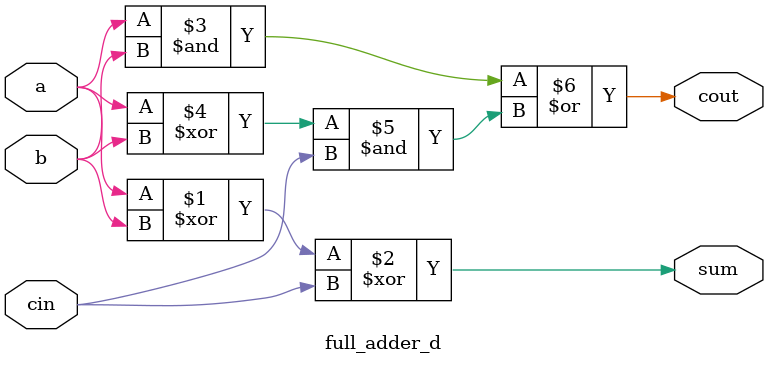
<source format=v>
module full_adder_d(
    input a,
    input b,
    input cin,
    output sum,
    output cout
    );
    
    assign sum = a ^ b ^ cin;
    assign cout = a & b | (a ^ b) & cin;
        
endmodule

</source>
